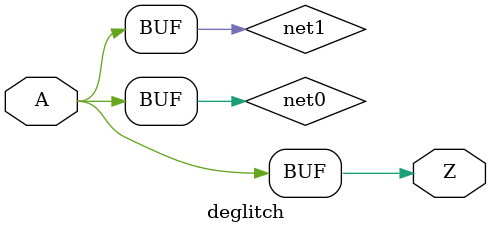
<source format=v>

module deglitch (
	input  A,
	output Z);

	wire net0;
	wire net1;

	assign #10 net0 = A; 
	assign #10 net1 = net0;
	assign #1 Z = A | net1;
endmodule


</source>
